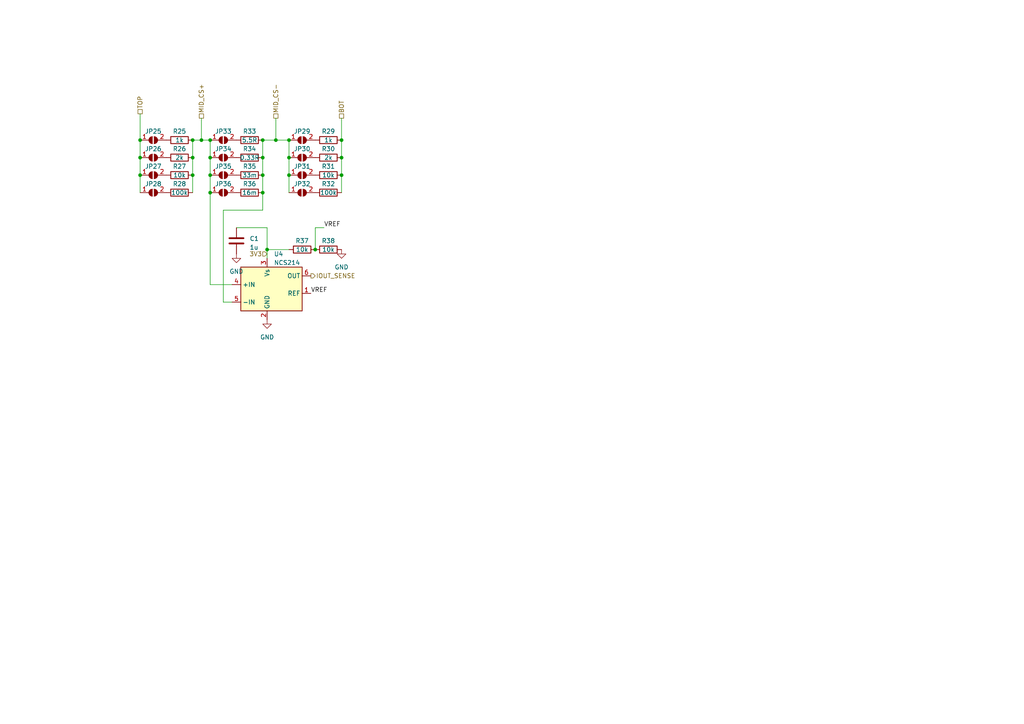
<source format=kicad_sch>
(kicad_sch (version 20230121) (generator eeschema)
  (paper "A4")
  (lib_symbols
    (symbol "Amplifier_Current:NCS214"
      (property "Reference" "U" (at -7.62 8.89 0))
      (property "Value" "NCS214" (at 2.54 8.89 0))
      (symbol "NCS214_0_1"
        (rectangle (start -7.62 7.62) (end 10.16 -5.08) (stroke (width 0.254)) (fill (type background)))
      )
      (symbol "NCS214_1_1"
        (pin input line (at 12.7 0 180) (length 2.54) (name "REF") (number "1"))
        (pin power_in line (at 0 -7.62 90) (length 2.54) (name "GND") (number "2"))
        (pin power_in line (at 0 10.16 270) (length 2.54) (name "Vs") (number "3"))
        (pin input line (at -10.16 2.54 0) (length 2.54) (name "+IN") (number "4"))
        (pin input line (at -10.16 -2.54 0) (length 2.54) (name "-IN") (number "5"))
        (pin output line (at 12.7 5.08 180) (length 2.54) (name "OUT") (number "6"))
      )
    )
    (symbol "Device:C" (pin_numbers hide) (pin_names (offset 0.254))
      (property "Reference" "C" (at 0.635 2.54 0))
      (property "Value" "C" (at 0.635 -2.54 0))
      (symbol "C_0_1"
        (polyline (pts (xy -2.032 -0.762) (xy 2.032 -0.762)) (stroke (width 0.508)))
        (polyline (pts (xy -2.032 0.762) (xy 2.032 0.762)) (stroke (width 0.508)))
      )
      (symbol "C_1_1"
        (pin passive line (at 0 3.81 270) (length 2.794) (name "~") (number "1"))
        (pin passive line (at 0 -3.81 90) (length 2.794) (name "~") (number "2"))
      )
    )
    (symbol "Device:R" (pin_numbers hide) (pin_names (offset 0))
      (property "Reference" "R" (at 2.032 0 90))
      (property "Value" "R" (at 0 0 90))
      (symbol "R_0_1"
        (rectangle (start -1.016 -2.54) (end 1.016 2.54) (stroke (width 0.254)))
      )
      (symbol "R_1_1"
        (pin passive line (at 0 3.81 270) (length 1.27) (name "~") (number "1"))
        (pin passive line (at 0 -3.81 90) (length 1.27) (name "~") (number "2"))
      )
    )
    (symbol "Jumper:SolderJumper_2_Open" (pin_names (offset 0) hide)
      (property "Reference" "JP" (at 0 2.032 0))
      (property "Value" "SolderJumper_2_Open" (at 0 -2.54 0))
      (symbol "SolderJumper_2_Open_0_1"
        (arc (start -0.254 1.016) (mid -1.2656 0) (end -0.254 -1.016))
        (arc (start -0.254 1.016) (mid -1.2656 0) (end -0.254 -1.016) (fill (type outline)))
        (polyline (pts (xy -0.254 1.016) (xy -0.254 -1.016)))
        (polyline (pts (xy 0.254 1.016) (xy 0.254 -1.016)))
        (arc (start 0.254 -1.016) (mid 1.2656 0) (end 0.254 1.016))
        (arc (start 0.254 -1.016) (mid 1.2656 0) (end 0.254 1.016) (fill (type outline)))
      )
      (symbol "SolderJumper_2_Open_1_1"
        (pin passive line (at -3.81 0 0) (length 2.54) (name "A") (number "1"))
        (pin passive line (at 3.81 0 180) (length 2.54) (name "B") (number "2"))
      )
    )
    (symbol "power:GND" (power) (pin_names (offset 0))
      (property "Value" "GND" (at 0 -3.81 0))
      (symbol "GND_0_1"
        (polyline (pts (xy 0 0) (xy 0 -1.27) (xy 1.27 -1.27) (xy 0 -2.54) (xy -1.27 -1.27) (xy 0 -1.27)))
      )
      (symbol "GND_1_1"
        (pin power_in line (at 0 0 270) (length 0) hide (name "GND") (number "1"))
      )
    )
  )
  (junction (at 60.96 45.72))
  (junction (at 76.2 45.72))
  (junction (at 77.47 72.39))
  (junction (at 55.88 50.8))
  (junction (at 76.2 50.8))
  (junction (at 99.06 45.72))
  (junction (at 80.01 40.64))
  (junction (at 60.96 55.88))
  (junction (at 76.2 55.88))
  (junction (at 91.44 72.39))
  (junction (at 99.06 40.64))
  (junction (at 99.06 50.8))
  (junction (at 60.96 40.64))
  (junction (at 60.96 50.8))
  (junction (at 40.64 45.72))
  (junction (at 40.64 50.8))
  (junction (at 58.42 40.64))
  (junction (at 76.2 40.64))
  (junction (at 83.82 45.72))
  (junction (at 40.64 40.64))
  (junction (at 55.88 45.72))
  (junction (at 55.88 40.64))
  (junction (at 83.82 50.8))
  (junction (at 83.82 40.64))
  (wire (pts (xy 40.64 40.64) (xy 40.64 45.72)))
  (wire (pts (xy 83.82 50.8) (xy 83.82 55.88)))
  (wire (pts (xy 60.96 82.55) (xy 60.96 55.88)))
  (wire (pts (xy 55.88 40.64) (xy 58.42 40.64)))
  (wire (pts (xy 60.96 40.64) (xy 60.96 45.72)))
  (wire (pts (xy 99.06 34.29) (xy 99.06 40.64)))
  (wire (pts (xy 99.06 45.72) (xy 99.06 50.8)))
  (wire (pts (xy 58.42 40.64) (xy 60.96 40.64)))
  (wire (pts (xy 58.42 34.29) (xy 58.42 40.64)))
  (wire (pts (xy 40.64 45.72) (xy 40.64 50.8)))
  (wire (pts (xy 77.47 66.04) (xy 77.47 72.39)))
  (wire (pts (xy 64.77 60.96) (xy 76.2 60.96)))
  (wire (pts (xy 80.01 40.64) (xy 83.82 40.64)))
  (wire (pts (xy 64.77 87.63) (xy 64.77 60.96)))
  (wire (pts (xy 55.88 45.72) (xy 55.88 50.8)))
  (wire (pts (xy 76.2 40.64) (xy 80.01 40.64)))
  (wire (pts (xy 40.64 33.02) (xy 40.64 40.64)))
  (wire (pts (xy 76.2 60.96) (xy 76.2 55.88)))
  (wire (pts (xy 55.88 50.8) (xy 55.88 55.88)))
  (wire (pts (xy 99.06 40.64) (xy 99.06 45.72)))
  (wire (pts (xy 76.2 55.88) (xy 76.2 50.8)))
  (wire (pts (xy 68.58 66.04) (xy 77.47 66.04)))
  (wire (pts (xy 77.47 72.39) (xy 83.82 72.39)))
  (wire (pts (xy 77.47 72.39) (xy 77.47 74.93)))
  (wire (pts (xy 40.64 50.8) (xy 40.64 55.88)))
  (wire (pts (xy 83.82 45.72) (xy 83.82 50.8)))
  (wire (pts (xy 60.96 50.8) (xy 60.96 55.88)))
  (wire (pts (xy 99.06 50.8) (xy 99.06 55.88)))
  (wire (pts (xy 91.44 66.04) (xy 93.98 66.04)))
  (wire (pts (xy 55.88 40.64) (xy 55.88 45.72)))
  (wire (pts (xy 76.2 45.72) (xy 76.2 40.64)))
  (wire (pts (xy 67.31 82.55) (xy 60.96 82.55)))
  (wire (pts (xy 80.01 34.29) (xy 80.01 40.64)))
  (wire (pts (xy 76.2 50.8) (xy 76.2 45.72)))
  (wire (pts (xy 83.82 40.64) (xy 83.82 45.72)))
  (wire (pts (xy 67.31 87.63) (xy 64.77 87.63)))
  (wire (pts (xy 91.44 72.39) (xy 91.44 66.04)))
  (wire (pts (xy 60.96 45.72) (xy 60.96 50.8)))
  (label "VREF" (at 93.98 66.04 0))
  (label "VREF" (at 90.17 85.09 0))
  (hierarchical_label "TOP" (shape passive) (at 40.64 33.02 90))
  (hierarchical_label "MID_CS-" (shape passive) (at 80.01 34.29 90))
  (hierarchical_label "IOUT_SENSE" (shape output) (at 90.17 80.01 0))
  (hierarchical_label "3V3" (shape input) (at 77.47 73.66 180))
  (hierarchical_label "MID_CS+" (shape passive) (at 58.42 34.29 90))
  (hierarchical_label "BOT" (shape passive) (at 99.06 34.29 90))
  (symbol (lib_id "power:GND") (at 77.47 92.71 0) (unit 1)
    (property "Reference" "#PWR013" (effects hide))
    (property "Value" "GND" (at 77.47 97.79 0))
  )
  (symbol (lib_id "Device:R") (at 95.25 72.39 90) (unit 1)
    (property "Reference" "R38" (at 95.25 69.85 90))
    (property "Value" "10k" (at 95.25 72.39 90))
    (property "Footprint" "Resistor_SMD:R_0402_1005Metric" (effects hide))
  )
  (symbol (lib_id "Amplifier_Current:NCS214") (at 77.47 85.09 0) (unit 1)
    (property "Reference" "U4" (at 79.4259 73.66 0) (effects (justify left)))
    (property "Value" "NCS214" (at 79.4259 76.2 0) (effects (justify left)))
    (property "Footprint" "Package_TO_SOT_SMD:SOT-363_SC-70-6" (effects hide))
    (property "Datasheet" "https://www.onsemi.com/pub/Collateral/NCS210R-D.PDF" (effects hide))
  )
  (symbol (lib_id "Device:R") (at 95.25 55.88 90) (unit 1)
    (property "Reference" "R32" (at 95.25 53.34 90))
    (property "Value" "100k" (at 95.25 55.88 90))
    (property "Footprint" "Resistor_SMD:R_0402_1005Metric" (effects hide))
  )
  (symbol (lib_id "Jumper:SolderJumper_2_Open") (at 87.63 45.72 0) (unit 1)
    (property "Reference" "JP30" (at 87.63 43.18 0))
    (property "Value" "SolderJumper_2_Open" (effects hide))
    (property "Footprint" "Jumper:SolderJumper-2_P1.3mm_Open_TrianglePad1.0x1.5mm" (effects hide))
  )
  (symbol (lib_id "Jumper:SolderJumper_2_Open") (at 64.77 55.88 0) (unit 1)
    (property "Reference" "JP36" (at 64.77 53.34 0))
    (property "Value" "SolderJumper_2_Open" (effects hide))
    (property "Footprint" "Jumper:SolderJumper-2_P1.3mm_Open_TrianglePad1.0x1.5mm" (effects hide))
  )
  (symbol (lib_id "Device:R") (at 95.25 40.64 90) (unit 1)
    (property "Reference" "R29" (at 95.25 38.1 90))
    (property "Value" "1k" (at 95.25 40.64 90))
    (property "Footprint" "Resistor_SMD:R_0402_1005Metric" (effects hide))
  )
  (symbol (lib_id "Jumper:SolderJumper_2_Open") (at 87.63 40.64 0) (unit 1)
    (property "Reference" "JP29" (at 87.63 38.1 0))
    (property "Value" "SolderJumper_2_Open" (effects hide))
    (property "Footprint" "Jumper:SolderJumper-2_P1.3mm_Open_TrianglePad1.0x1.5mm" (effects hide))
  )
  (symbol (lib_id "Jumper:SolderJumper_2_Open") (at 64.77 40.64 0) (unit 1)
    (property "Reference" "JP33" (at 64.77 38.1 0))
    (property "Value" "SolderJumper_2_Open" (effects hide))
    (property "Footprint" "Jumper:SolderJumper-2_P1.3mm_Open_TrianglePad1.0x1.5mm" (effects hide))
  )
  (symbol (lib_id "Device:R") (at 52.07 50.8 90) (unit 1)
    (property "Reference" "R27" (at 52.07 48.26 90))
    (property "Value" "10k" (at 52.07 50.8 90))
    (property "Footprint" "Resistor_SMD:R_0402_1005Metric" (effects hide))
  )
  (symbol (lib_id "Device:R") (at 95.25 45.72 90) (unit 1)
    (property "Reference" "R30" (at 95.25 43.18 90))
    (property "Value" "2k" (at 95.25 45.72 90))
    (property "Footprint" "Resistor_SMD:R_0402_1005Metric" (effects hide))
  )
  (symbol (lib_id "power:GND") (at 68.58 73.66 0) (unit 1)
    (property "Reference" "#PWR031" (effects hide))
    (property "Value" "GND" (at 68.58 78.74 0))
  )
  (symbol (lib_id "Jumper:SolderJumper_2_Open") (at 64.77 50.8 0) (unit 1)
    (property "Reference" "JP35" (at 64.77 48.26 0))
    (property "Value" "SolderJumper_2_Open" (effects hide))
    (property "Footprint" "Jumper:SolderJumper-2_P1.3mm_Open_TrianglePad1.0x1.5mm" (effects hide))
  )
  (symbol (lib_id "Device:R") (at 72.39 50.8 90) (unit 1)
    (property "Reference" "R35" (at 72.39 48.26 90))
    (property "Value" "33m" (at 72.39 50.8 90))
    (property "Footprint" "Resistor_SMD:R_0805_2012Metric" (effects hide))
  )
  (symbol (lib_id "Device:C") (at 68.58 69.85 0) (unit 1)
    (property "Reference" "C1" (at 72.39 69.215 0) (effects (justify left)))
    (property "Value" "1u" (at 72.39 71.755 0) (effects (justify left)))
    (property "Footprint" "Capacitor_SMD:C_0603_1608Metric" (effects hide))
    (instances (project "pogoplayground" (path "" (reference "C1") (unit 1)) (path "" (reference "C3") (unit 1))))
  )
  (symbol (lib_id "Device:R") (at 52.07 40.64 90) (unit 1)
    (property "Reference" "R25" (at 52.07 38.1 90))
    (property "Value" "1k" (at 52.07 40.64 90))
    (property "Footprint" "Resistor_SMD:R_0402_1005Metric" (effects hide))
  )
  (symbol (lib_id "Device:R") (at 52.07 45.72 90) (unit 1)
    (property "Reference" "R26" (at 52.07 43.18 90))
    (property "Value" "2k" (at 52.07 45.72 90))
    (property "Footprint" "Resistor_SMD:R_0402_1005Metric" (effects hide))
  )
  (symbol (lib_id "Jumper:SolderJumper_2_Open") (at 44.45 45.72 0) (unit 1)
    (property "Reference" "JP26" (at 44.45 43.18 0))
    (property "Value" "SolderJumper_2_Open" (effects hide))
    (property "Footprint" "Jumper:SolderJumper-2_P1.3mm_Open_TrianglePad1.0x1.5mm" (effects hide))
  )
  (symbol (lib_id "Jumper:SolderJumper_2_Open") (at 44.45 40.64 0) (unit 1)
    (property "Reference" "JP25" (at 44.45 38.1 0))
    (property "Value" "SolderJumper_2_Open" (effects hide))
    (property "Footprint" "Jumper:SolderJumper-2_P1.3mm_Open_TrianglePad1.0x1.5mm" (effects hide))
  )
  (symbol (lib_id "Device:R") (at 87.63 72.39 90) (unit 1)
    (property "Reference" "R37" (at 87.63 69.85 90))
    (property "Value" "10k" (at 87.63 72.39 90))
    (property "Footprint" "Resistor_SMD:R_0402_1005Metric" (effects hide))
  )
  (symbol (lib_id "Jumper:SolderJumper_2_Open") (at 64.77 45.72 0) (unit 1)
    (property "Reference" "JP34" (at 64.77 43.18 0))
    (property "Value" "SolderJumper_2_Open" (effects hide))
    (property "Footprint" "Jumper:SolderJumper-2_P1.3mm_Open_TrianglePad1.0x1.5mm" (effects hide))
  )
  (symbol (lib_id "Device:R") (at 95.25 50.8 90) (unit 1)
    (property "Reference" "R31" (at 95.25 48.26 90))
    (property "Value" "10k" (at 95.25 50.8 90))
    (property "Footprint" "Resistor_SMD:R_0402_1005Metric" (effects hide))
  )
  (symbol (lib_id "power:GND") (at 99.06 72.39 0) (unit 1)
    (property "Reference" "#PWR012" (effects hide))
    (property "Value" "GND" (at 99.06 77.47 0))
  )
  (symbol (lib_id "Device:R") (at 72.39 55.88 90) (unit 1)
    (property "Reference" "R36" (at 72.39 53.34 90))
    (property "Value" "16m" (at 72.39 55.88 90))
    (property "Footprint" "Resistor_SMD:R_0805_2012Metric" (effects hide))
  )
  (symbol (lib_id "Jumper:SolderJumper_2_Open") (at 44.45 50.8 0) (unit 1)
    (property "Reference" "JP27" (at 44.45 48.26 0))
    (property "Value" "SolderJumper_2_Open" (effects hide))
    (property "Footprint" "Jumper:SolderJumper-2_P1.3mm_Open_TrianglePad1.0x1.5mm" (effects hide))
  )
  (symbol (lib_id "Device:R") (at 72.39 45.72 90) (unit 1)
    (property "Reference" "R34" (at 72.39 43.18 90))
    (property "Value" "0.33R" (at 72.39 45.72 90))
    (property "Footprint" "Resistor_SMD:R_0805_2012Metric" (effects hide))
  )
  (symbol (lib_id "Jumper:SolderJumper_2_Open") (at 87.63 50.8 0) (unit 1)
    (property "Reference" "JP31" (at 87.63 48.26 0))
    (property "Value" "SolderJumper_2_Open" (effects hide))
    (property "Footprint" "Jumper:SolderJumper-2_P1.3mm_Open_TrianglePad1.0x1.5mm" (effects hide))
  )
  (symbol (lib_id "Jumper:SolderJumper_2_Open") (at 44.45 55.88 0) (unit 1)
    (property "Reference" "JP28" (at 44.45 53.34 0))
    (property "Value" "SolderJumper_2_Open" (effects hide))
    (property "Footprint" "Jumper:SolderJumper-2_P1.3mm_Open_TrianglePad1.0x1.5mm" (effects hide))
  )
  (symbol (lib_id "Device:R") (at 52.07 55.88 90) (unit 1)
    (property "Reference" "R28" (at 52.07 53.34 90))
    (property "Value" "100k" (at 52.07 55.88 90))
    (property "Footprint" "Resistor_SMD:R_0402_1005Metric" (effects hide))
  )
  (symbol (lib_id "Device:R") (at 72.39 40.64 90) (unit 1)
    (property "Reference" "R33" (at 72.39 38.1 90))
    (property "Value" "5.5R" (at 72.39 40.64 90))
    (property "Footprint" "Resistor_SMD:R_0805_2012Metric" (effects hide))
  )
  (symbol (lib_id "Jumper:SolderJumper_2_Open") (at 87.63 55.88 0) (unit 1)
    (property "Reference" "JP32" (at 87.63 53.34 0))
    (property "Value" "SolderJumper_2_Open" (effects hide))
    (property "Footprint" "Jumper:SolderJumper-2_P1.3mm_Open_TrianglePad1.0x1.5mm" (effects hide))
  )
)
</source>
